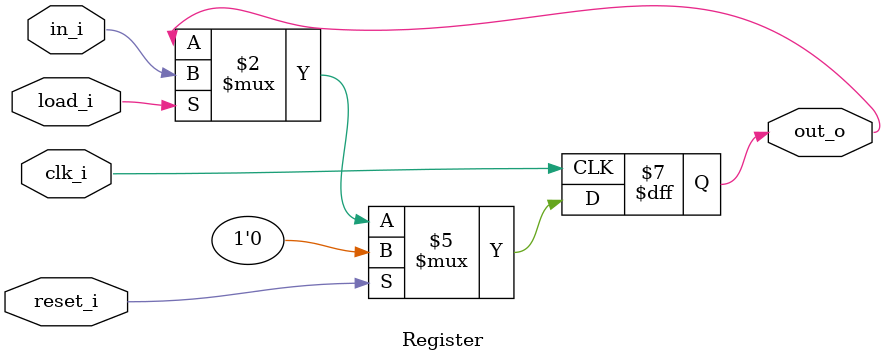
<source format=v>
/*  16-bit register

Register u_Register(
    .clk_i(),
    .in_i(),
    .load_i(),
    .out_o()
);

*/

module Register #(parameter WIDTH = 1, parameter RESET_VAL = 0) (
    input wire clk_i,
    input wire reset_i,
    input wire [WIDTH-1:0] in_i,
    input wire load_i,
    output reg [WIDTH-1:0] out_o
);
  always @ (posedge clk_i) begin
    if (reset_i) out_o <= RESET_VAL;
    else if (load_i) out_o <= in_i;
  end
endmodule


</source>
